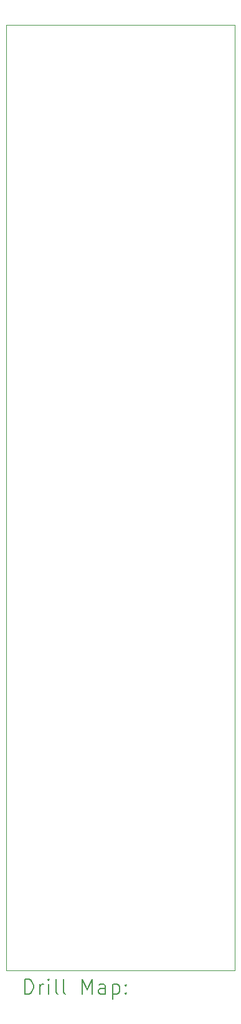
<source format=gbr>
%TF.GenerationSoftware,KiCad,Pcbnew,8.0.5*%
%TF.CreationDate,2024-11-24T11:30:14+01:00*%
%TF.ProjectId,wavefolder-panel,77617665-666f-46c6-9465-722d70616e65,rev?*%
%TF.SameCoordinates,Original*%
%TF.FileFunction,Drillmap*%
%TF.FilePolarity,Positive*%
%FSLAX45Y45*%
G04 Gerber Fmt 4.5, Leading zero omitted, Abs format (unit mm)*
G04 Created by KiCad (PCBNEW 8.0.5) date 2024-11-24 11:30:14*
%MOMM*%
%LPD*%
G01*
G04 APERTURE LIST*
%ADD10C,0.100000*%
%ADD11C,0.200000*%
G04 APERTURE END LIST*
D10*
X5000000Y-5000000D02*
X8110000Y-5000000D01*
X8110000Y-17850000D01*
X5000000Y-17850000D01*
X5000000Y-5000000D01*
D11*
X5255777Y-18166484D02*
X5255777Y-17966484D01*
X5255777Y-17966484D02*
X5303396Y-17966484D01*
X5303396Y-17966484D02*
X5331967Y-17976008D01*
X5331967Y-17976008D02*
X5351015Y-17995055D01*
X5351015Y-17995055D02*
X5360539Y-18014103D01*
X5360539Y-18014103D02*
X5370063Y-18052198D01*
X5370063Y-18052198D02*
X5370063Y-18080770D01*
X5370063Y-18080770D02*
X5360539Y-18118865D01*
X5360539Y-18118865D02*
X5351015Y-18137912D01*
X5351015Y-18137912D02*
X5331967Y-18156960D01*
X5331967Y-18156960D02*
X5303396Y-18166484D01*
X5303396Y-18166484D02*
X5255777Y-18166484D01*
X5455777Y-18166484D02*
X5455777Y-18033150D01*
X5455777Y-18071246D02*
X5465301Y-18052198D01*
X5465301Y-18052198D02*
X5474824Y-18042674D01*
X5474824Y-18042674D02*
X5493872Y-18033150D01*
X5493872Y-18033150D02*
X5512920Y-18033150D01*
X5579586Y-18166484D02*
X5579586Y-18033150D01*
X5579586Y-17966484D02*
X5570063Y-17976008D01*
X5570063Y-17976008D02*
X5579586Y-17985531D01*
X5579586Y-17985531D02*
X5589110Y-17976008D01*
X5589110Y-17976008D02*
X5579586Y-17966484D01*
X5579586Y-17966484D02*
X5579586Y-17985531D01*
X5703396Y-18166484D02*
X5684348Y-18156960D01*
X5684348Y-18156960D02*
X5674824Y-18137912D01*
X5674824Y-18137912D02*
X5674824Y-17966484D01*
X5808158Y-18166484D02*
X5789110Y-18156960D01*
X5789110Y-18156960D02*
X5779586Y-18137912D01*
X5779586Y-18137912D02*
X5779586Y-17966484D01*
X6036729Y-18166484D02*
X6036729Y-17966484D01*
X6036729Y-17966484D02*
X6103396Y-18109341D01*
X6103396Y-18109341D02*
X6170062Y-17966484D01*
X6170062Y-17966484D02*
X6170062Y-18166484D01*
X6351015Y-18166484D02*
X6351015Y-18061722D01*
X6351015Y-18061722D02*
X6341491Y-18042674D01*
X6341491Y-18042674D02*
X6322443Y-18033150D01*
X6322443Y-18033150D02*
X6284348Y-18033150D01*
X6284348Y-18033150D02*
X6265301Y-18042674D01*
X6351015Y-18156960D02*
X6331967Y-18166484D01*
X6331967Y-18166484D02*
X6284348Y-18166484D01*
X6284348Y-18166484D02*
X6265301Y-18156960D01*
X6265301Y-18156960D02*
X6255777Y-18137912D01*
X6255777Y-18137912D02*
X6255777Y-18118865D01*
X6255777Y-18118865D02*
X6265301Y-18099817D01*
X6265301Y-18099817D02*
X6284348Y-18090293D01*
X6284348Y-18090293D02*
X6331967Y-18090293D01*
X6331967Y-18090293D02*
X6351015Y-18080770D01*
X6446253Y-18033150D02*
X6446253Y-18233150D01*
X6446253Y-18042674D02*
X6465301Y-18033150D01*
X6465301Y-18033150D02*
X6503396Y-18033150D01*
X6503396Y-18033150D02*
X6522443Y-18042674D01*
X6522443Y-18042674D02*
X6531967Y-18052198D01*
X6531967Y-18052198D02*
X6541491Y-18071246D01*
X6541491Y-18071246D02*
X6541491Y-18128389D01*
X6541491Y-18128389D02*
X6531967Y-18147436D01*
X6531967Y-18147436D02*
X6522443Y-18156960D01*
X6522443Y-18156960D02*
X6503396Y-18166484D01*
X6503396Y-18166484D02*
X6465301Y-18166484D01*
X6465301Y-18166484D02*
X6446253Y-18156960D01*
X6627205Y-18147436D02*
X6636729Y-18156960D01*
X6636729Y-18156960D02*
X6627205Y-18166484D01*
X6627205Y-18166484D02*
X6617682Y-18156960D01*
X6617682Y-18156960D02*
X6627205Y-18147436D01*
X6627205Y-18147436D02*
X6627205Y-18166484D01*
X6627205Y-18042674D02*
X6636729Y-18052198D01*
X6636729Y-18052198D02*
X6627205Y-18061722D01*
X6627205Y-18061722D02*
X6617682Y-18052198D01*
X6617682Y-18052198D02*
X6627205Y-18042674D01*
X6627205Y-18042674D02*
X6627205Y-18061722D01*
M02*

</source>
